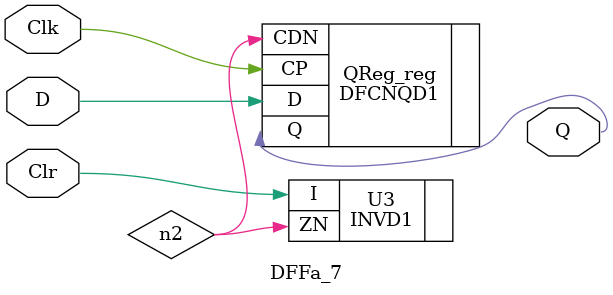
<source format=v>

module GenBuffedBus ( DBusBuf, DBus, QEna, Rst, Clk );
  output [7:0] DBusBuf;
  input [7:0] DBus;
  input [7:0] QEna;
  input Rst, Clk;
  wire   \BuffedBus[0].QWire , \BuffedBus[1].QWire , \BuffedBus[2].QWire ,
         \BuffedBus[3].QWire , \BuffedBus[4].QWire , \BuffedBus[5].QWire ,
         \BuffedBus[6].QWire , \BuffedBus[7].QWire , n9, n10, n11, n12, n13,
         n14, n15, n16, n17;

  DFFa_0 \BuffedBus[0].FF  ( .Q(\BuffedBus[0].QWire ), .D(DBus[0]), .Clr(n17), 
        .Clk(Clk) );
  DFFa_7 \BuffedBus[1].FF  ( .Q(\BuffedBus[1].QWire ), .D(DBus[1]), .Clr(n17), 
        .Clk(Clk) );
  DFFa_6 \BuffedBus[2].FF  ( .Q(\BuffedBus[2].QWire ), .D(DBus[2]), .Clr(n17), 
        .Clk(Clk) );
  DFFa_5 \BuffedBus[3].FF  ( .Q(\BuffedBus[3].QWire ), .D(DBus[3]), .Clr(n17), 
        .Clk(Clk) );
  DFFa_4 \BuffedBus[4].FF  ( .Q(\BuffedBus[4].QWire ), .D(DBus[4]), .Clr(n17), 
        .Clk(Clk) );
  DFFa_3 \BuffedBus[5].FF  ( .Q(\BuffedBus[5].QWire ), .D(DBus[5]), .Clr(n17), 
        .Clk(Clk) );
  DFFa_2 \BuffedBus[6].FF  ( .Q(\BuffedBus[6].QWire ), .D(DBus[6]), .Clr(n17), 
        .Clk(Clk) );
  DFFa_1 \BuffedBus[7].FF  ( .Q(\BuffedBus[7].QWire ), .D(DBus[7]), .Clr(n17), 
        .Clk(Clk) );
  CKND0 U1 ( .CLK(\BuffedBus[7].QWire ), .CN(n16) );
  CKND0 U2 ( .CLK(\BuffedBus[6].QWire ), .CN(n15) );
  CKND0 U3 ( .CLK(\BuffedBus[5].QWire ), .CN(n14) );
  CKND0 U4 ( .CLK(\BuffedBus[4].QWire ), .CN(n13) );
  CKND0 U5 ( .CLK(\BuffedBus[3].QWire ), .CN(n12) );
  CKND0 U6 ( .CLK(\BuffedBus[2].QWire ), .CN(n11) );
  CKND0 U7 ( .CLK(\BuffedBus[1].QWire ), .CN(n10) );
  CKND0 U8 ( .CLK(\BuffedBus[0].QWire ), .CN(n9) );
  BUFTD16 \BuffedBus[7].Nuf  ( .I(n16), .OE(QEna[7]), .Z(DBusBuf[7]) );
  BUFTD16 \BuffedBus[6].Nuf  ( .I(n15), .OE(QEna[6]), .Z(DBusBuf[6]) );
  BUFTD16 \BuffedBus[5].Nuf  ( .I(n14), .OE(QEna[5]), .Z(DBusBuf[5]) );
  BUFTD16 \BuffedBus[4].Nuf  ( .I(n13), .OE(QEna[4]), .Z(DBusBuf[4]) );
  BUFTD16 \BuffedBus[3].Nuf  ( .I(n12), .OE(QEna[3]), .Z(DBusBuf[3]) );
  BUFTD16 \BuffedBus[2].Nuf  ( .I(n11), .OE(QEna[2]), .Z(DBusBuf[2]) );
  BUFTD16 \BuffedBus[1].Nuf  ( .I(n10), .OE(QEna[1]), .Z(DBusBuf[1]) );
  BUFTD16 \BuffedBus[0].Nuf  ( .I(n9), .OE(QEna[0]), .Z(DBusBuf[0]) );
  BUFFD1 U9 ( .I(Rst), .Z(n17) );
endmodule


module DFFa_0 ( Q, D, Clr, Clk );
  input D, Clr, Clk;
  output Q;
  wire   n1;

  INVD1 U3 ( .I(Clr), .ZN(n1) );
  DFCNQD1 QReg_reg ( .D(D), .CP(Clk), .CDN(n1), .Q(Q) );
endmodule


module DFFa_1 ( Q, D, Clr, Clk );
  input D, Clr, Clk;
  output Q;
  wire   n2;

  INVD1 U3 ( .I(Clr), .ZN(n2) );
  DFCNQD1 QReg_reg ( .D(D), .CP(Clk), .CDN(n2), .Q(Q) );
endmodule


module DFFa_2 ( Q, D, Clr, Clk );
  input D, Clr, Clk;
  output Q;
  wire   n2;

  INVD1 U3 ( .I(Clr), .ZN(n2) );
  DFCNQD1 QReg_reg ( .D(D), .CP(Clk), .CDN(n2), .Q(Q) );
endmodule


module DFFa_3 ( Q, D, Clr, Clk );
  input D, Clr, Clk;
  output Q;
  wire   n2;

  INVD1 U3 ( .I(Clr), .ZN(n2) );
  DFCNQD1 QReg_reg ( .D(D), .CP(Clk), .CDN(n2), .Q(Q) );
endmodule


module DFFa_4 ( Q, D, Clr, Clk );
  input D, Clr, Clk;
  output Q;
  wire   n2;

  INVD1 U3 ( .I(Clr), .ZN(n2) );
  DFCNQD1 QReg_reg ( .D(D), .CP(Clk), .CDN(n2), .Q(Q) );
endmodule


module DFFa_5 ( Q, D, Clr, Clk );
  input D, Clr, Clk;
  output Q;
  wire   n2;

  INVD1 U3 ( .I(Clr), .ZN(n2) );
  DFCNQD1 QReg_reg ( .D(D), .CP(Clk), .CDN(n2), .Q(Q) );
endmodule


module DFFa_6 ( Q, D, Clr, Clk );
  input D, Clr, Clk;
  output Q;
  wire   n2;

  INVD1 U3 ( .I(Clr), .ZN(n2) );
  DFCNQD1 QReg_reg ( .D(D), .CP(Clk), .CDN(n2), .Q(Q) );
endmodule


module DFFa_7 ( Q, D, Clr, Clk );
  input D, Clr, Clk;
  output Q;
  wire   n2;

  INVD1 U3 ( .I(Clr), .ZN(n2) );
  DFCNQD1 QReg_reg ( .D(D), .CP(Clk), .CDN(n2), .Q(Q) );
endmodule


</source>
